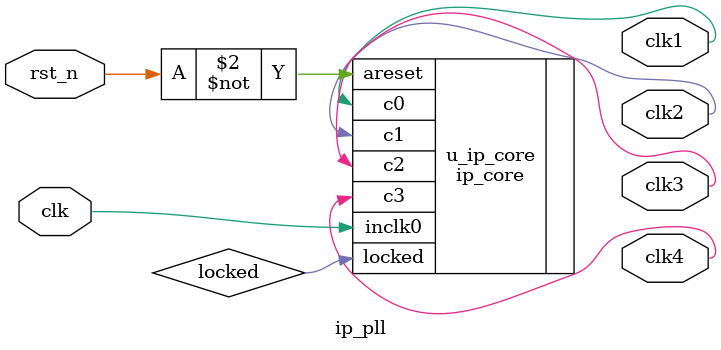
<source format=v>
module ip_pll(

    input clk,
    input rst_n,
    
    output  clk1,
    output  clk2,
    output  clk3,
    output  clk4

);

wire locked;

wire pll_rst_P = rst_n & locked;

ip_core u_ip_core(
	.areset  (~ rst_n),
	.inclk0  (clk),
	.c0      (clk1),  
	.c1      (clk2), 
	.c2      (clk3),
	.c3      (clk4),
	.locked  (locked)
    );
    
endmodule





</source>
